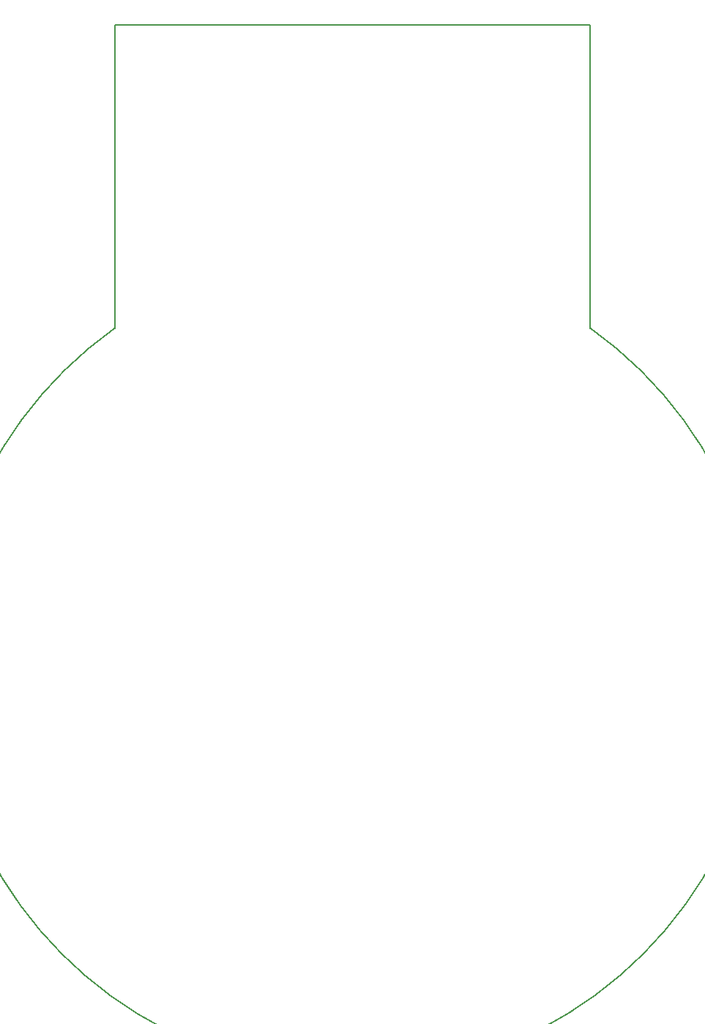
<source format=gbr>
%TF.GenerationSoftware,KiCad,Pcbnew,7.0.9*%
%TF.CreationDate,2024-05-16T17:58:55-06:00*%
%TF.ProjectId,KF50_Stepper_FT_1B_1O,4b463530-5f53-4746-9570-7065725f4654,rev?*%
%TF.SameCoordinates,Original*%
%TF.FileFunction,Profile,NP*%
%FSLAX46Y46*%
G04 Gerber Fmt 4.6, Leading zero omitted, Abs format (unit mm)*
G04 Created by KiCad (PCBNEW 7.0.9) date 2024-05-16 17:58:55*
%MOMM*%
%LPD*%
G01*
G04 APERTURE LIST*
%TA.AperFunction,Profile*%
%ADD10C,0.200000*%
%TD*%
G04 APERTURE END LIST*
D10*
X-27570000Y38639832D02*
G75*
G03*
X27430000Y38639832I27500000J-38729832D01*
G01*
X-27570000Y38639833D02*
X-27570000Y73639833D01*
X-27570000Y73639833D02*
X27430000Y73639833D01*
X27430000Y73639833D02*
X27430000Y38639833D01*
M02*

</source>
